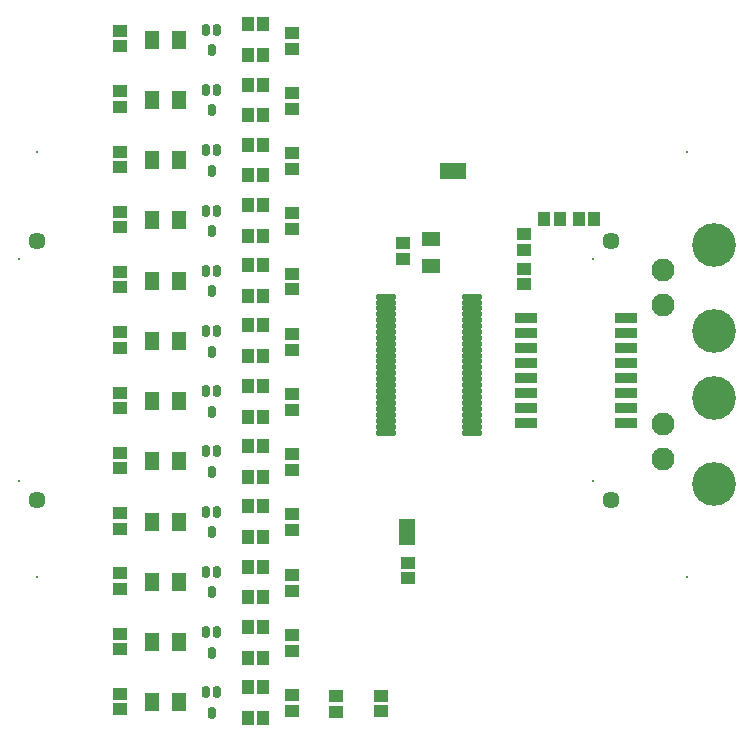
<source format=gts>
%FSLAX23Y23*%
%MOIN*%
%SFA1B1*%

%IPPOS*%
%AMD36*
4,1,8,0.004900,0.018800,-0.004900,0.018800,-0.013800,0.009800,-0.013800,-0.009800,-0.004900,-0.018800,0.004900,-0.018800,0.013800,-0.009800,0.013800,0.009800,0.004900,0.018800,0.0*
1,1,0.017840,0.004900,0.009800*
1,1,0.017840,-0.004900,0.009800*
1,1,0.017840,-0.004900,-0.009800*
1,1,0.017840,0.004900,-0.009800*
%
%ADD27R,0.041470X0.045400*%
%ADD28R,0.045400X0.041470*%
%ADD29R,0.073750X0.037920*%
%ADD30R,0.088710X0.053280*%
%ADD31R,0.059180X0.051310*%
%ADD32O,0.070990X0.021390*%
%ADD33R,0.053280X0.088710*%
%ADD34R,0.047370X0.043430*%
%ADD35R,0.051310X0.059180*%
G04~CAMADD=36~8~0.0~0.0~276.9~375.3~89.2~0.0~15~0.0~0.0~0.0~0.0~0~0.0~0.0~0.0~0.0~0~0.0~0.0~0.0~0.0~276.9~375.3*
%ADD36D36*%
%ADD37C,0.008000*%
%ADD38C,0.057090*%
%ADD39C,0.145800*%
%ADD40C,0.076900*%
%LNbms-1*%
%LPD*%
G54D27*
X2002Y1785D03*
X2054D03*
X1939D03*
X1888D03*
X899Y2433D03*
X950D03*
X899Y2330D03*
X950D03*
X899Y2232D03*
X950D03*
X899Y2129D03*
X950D03*
X899Y2031D03*
X950D03*
X899Y1929D03*
X950D03*
X899Y1830D03*
X950D03*
X899Y1728D03*
X950D03*
X899Y1629D03*
X950D03*
X899Y1527D03*
X950D03*
X899Y1429D03*
X950D03*
X899Y1326D03*
X950D03*
X899Y1125D03*
X950D03*
X899Y1228D03*
X950D03*
X899Y1027D03*
X950D03*
X899Y925D03*
X950D03*
X899Y826D03*
X950D03*
X899Y724D03*
X950D03*
X899Y625D03*
X950D03*
X899Y523D03*
X950D03*
X899Y425D03*
X950D03*
X899Y322D03*
X950D03*
X899Y224D03*
X950D03*
X899Y122D03*
X950D03*
G54D28*
X1821Y1682D03*
Y1733D03*
Y1618D03*
Y1566D03*
X1415Y1652D03*
Y1703D03*
X1432Y586D03*
Y637D03*
X1342Y143D03*
Y194D03*
X472Y201D03*
Y150D03*
Y402D03*
Y351D03*
Y603D03*
Y552D03*
Y804D03*
Y752D03*
Y1004D03*
Y953D03*
Y1205D03*
Y1154D03*
Y1406D03*
Y1355D03*
Y1607D03*
Y1556D03*
Y1808D03*
Y1756D03*
Y2008D03*
Y1957D03*
Y2209D03*
Y2158D03*
Y2410D03*
Y2359D03*
G54D29*
X1825Y1204D03*
Y1454D03*
X2161D03*
X1825Y1104D03*
Y1154D03*
Y1254D03*
Y1304D03*
Y1354D03*
Y1404D03*
X2161D03*
Y1354D03*
Y1304D03*
Y1254D03*
Y1204D03*
Y1154D03*
Y1104D03*
G54D30*
X1584Y1945D03*
G54D31*
X1510Y1717D03*
Y1626D03*
G54D32*
X1647Y1407D03*
X1360Y1525D03*
Y1505D03*
Y1486D03*
Y1466D03*
Y1446D03*
Y1427D03*
Y1407D03*
Y1387D03*
Y1368D03*
Y1348D03*
Y1328D03*
Y1309D03*
Y1289D03*
Y1269D03*
Y1250D03*
Y1230D03*
Y1210D03*
Y1190D03*
Y1171D03*
Y1151D03*
Y1131D03*
Y1112D03*
Y1092D03*
Y1072D03*
X1647Y1525D03*
Y1505D03*
Y1486D03*
Y1466D03*
Y1446D03*
Y1427D03*
Y1387D03*
Y1368D03*
Y1348D03*
Y1328D03*
Y1309D03*
Y1289D03*
Y1269D03*
Y1250D03*
Y1230D03*
Y1210D03*
Y1190D03*
Y1171D03*
Y1151D03*
Y1131D03*
Y1112D03*
Y1092D03*
Y1072D03*
G54D33*
X1431Y740D03*
G54D34*
X1192Y195D03*
Y142D03*
X1047Y143D03*
Y196D03*
Y344D03*
Y397D03*
Y545D03*
Y598D03*
Y746D03*
Y799D03*
Y946D03*
Y1000D03*
Y1147D03*
Y1200D03*
Y1348D03*
Y1401D03*
Y1549D03*
Y1602D03*
Y1750D03*
Y1803D03*
Y1950D03*
Y2003D03*
Y2151D03*
Y2204D03*
Y2352D03*
Y2405D03*
G54D35*
X581Y2381D03*
X671D03*
X581Y2181D03*
X671D03*
X581Y1980D03*
X671D03*
X581Y1779D03*
X671D03*
X581Y1578D03*
X671D03*
X581Y1377D03*
X671D03*
X581Y1177D03*
X671D03*
X581Y976D03*
X671D03*
X581Y775D03*
X671D03*
X581Y574D03*
X671D03*
X581Y374D03*
X671D03*
X581Y173D03*
X671D03*
G54D36*
X779Y2346D03*
X759Y2414D03*
X798D03*
X779Y2146D03*
X759Y2214D03*
X798D03*
X779Y1945D03*
X759Y2013D03*
X798D03*
X779Y1744D03*
X759Y1812D03*
X798D03*
X779Y1543D03*
X759Y1611D03*
X798D03*
X779Y1342D03*
X759Y1411D03*
X798D03*
X779Y1142D03*
X759Y1210D03*
X798D03*
X779Y941D03*
X759Y1009D03*
X798D03*
X779Y740D03*
X759Y808D03*
X798D03*
X779Y539D03*
X759Y607D03*
X798D03*
X779Y338D03*
X759Y407D03*
X798D03*
X779Y138D03*
X759Y206D03*
X798D03*
G54D37*
X2051Y909D03*
Y1649D03*
X137Y909D03*
Y1649D03*
X196Y2007D03*
X2362D03*
Y590D03*
X196D03*
G54D38*
X2110Y846D03*
Y1712D03*
X196Y846D03*
Y1712D03*
G54D39*
X2453Y1187D03*
Y899D03*
Y1698D03*
Y1411D03*
G54D40*
X2283Y984D03*
Y1102D03*
Y1496D03*
Y1614D03*
M02*
</source>
